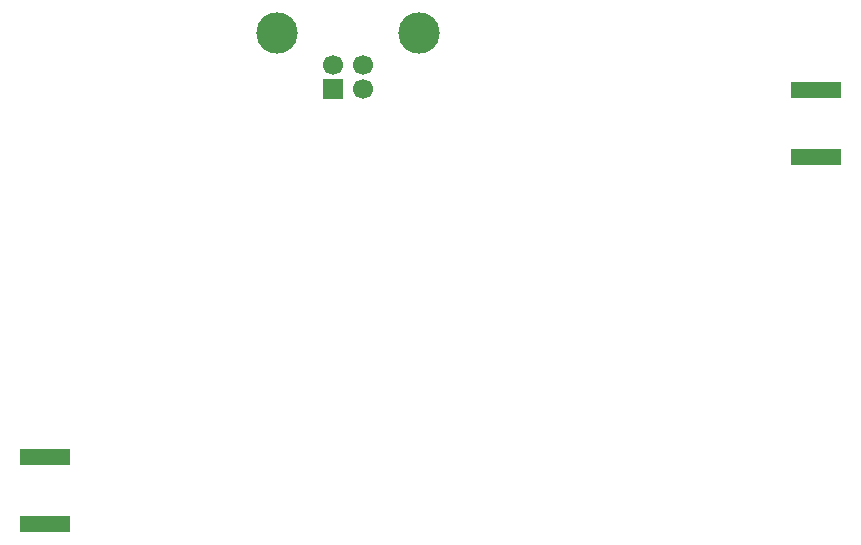
<source format=gbr>
%TF.GenerationSoftware,KiCad,Pcbnew,(5.1.10)-1*%
%TF.CreationDate,2021-08-21T15:59:26-07:00*%
%TF.ProjectId,upconverter,7570636f-6e76-4657-9274-65722e6b6963,rev?*%
%TF.SameCoordinates,Original*%
%TF.FileFunction,Soldermask,Bot*%
%TF.FilePolarity,Negative*%
%FSLAX46Y46*%
G04 Gerber Fmt 4.6, Leading zero omitted, Abs format (unit mm)*
G04 Created by KiCad (PCBNEW (5.1.10)-1) date 2021-08-21 15:59:26*
%MOMM*%
%LPD*%
G01*
G04 APERTURE LIST*
%ADD10R,4.200000X1.350000*%
%ADD11R,1.700000X1.700000*%
%ADD12C,1.700000*%
%ADD13C,3.500000*%
G04 APERTURE END LIST*
D10*
%TO.C,J2*%
X116586000Y-52482000D03*
X116586000Y-46832000D03*
%TD*%
%TO.C,J3*%
X51308000Y-83597000D03*
X51308000Y-77947000D03*
%TD*%
D11*
%TO.C,J1*%
X75692000Y-46736000D03*
D12*
X78192000Y-46736000D03*
X78192000Y-44736000D03*
X75692000Y-44736000D03*
D13*
X70922000Y-42026000D03*
X82962000Y-42026000D03*
%TD*%
M02*

</source>
